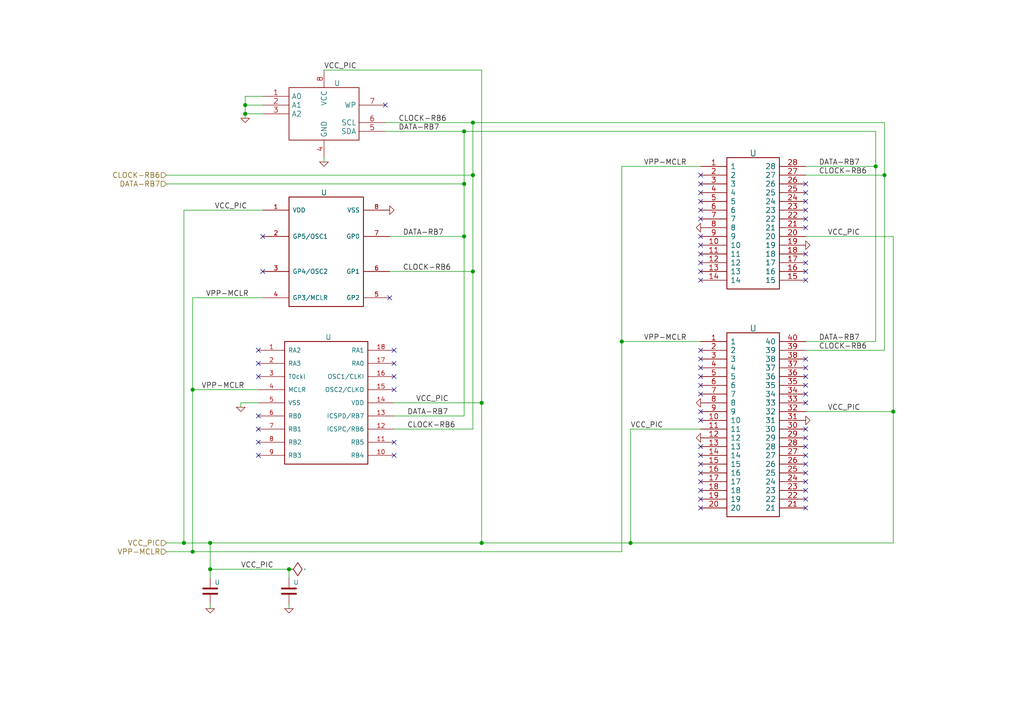
<source format=kicad_sch>
(kicad_sch (version 20220404) (generator eeschema)
  (paper "A4")
  (title_block (title "JDM - COM84 PIC Programmer with 13V DC/DC converter") (date "Sun 22 Mar 2015") (rev "3") (company "KiCad"))
  (lib_symbols
    (symbol "pic_programmer_schlib:24C16" (pin_names (offset 0.762))
      (property "Reference" "U" (at 3.81 8.89 0))
      (property "Value" "24C16" (at 5.08 -8.89 0))
      (symbol "24C16_0_0"
        (pin power_in line (at 0 -12.7 90) (length 5.08) (name "GND") (number "4"))
        (pin power_in line (at 0 12.7 270) (length 5.08) (name "VCC") (number "8"))
      )
      (symbol "24C16_1_1"
        (rectangle (start -10.16 -7.62) (end 10.16 7.62) (stroke (width 0.2032)))
        (pin input line (at -17.78 5.08 0) (length 7.62) (name "A0") (number "1"))
        (pin input line (at -17.78 2.54 0) (length 7.62) (name "A1") (number "2"))
        (pin input line (at -17.78 0 0) (length 7.62) (name "A2") (number "3"))
        (pin bidirectional line (at 17.78 -5.08 180) (length 7.62) (name "SDA") (number "5"))
        (pin input line (at 17.78 -2.54 180) (length 7.62) (name "SCL") (number "6"))
        (pin input line (at 17.78 2.54 180) (length 7.62) (name "WP") (number "7"))
      )
    )
    (symbol "pic_programmer_schlib:C" (pin_numbers hide) (pin_names (offset 0.254))
      (property "Reference" "C" (at 0.635 2.54 0))
      (property "Value" "C" (at 0.635 -2.54 0))
      (symbol "C_0_1"
        (polyline (pts (xy -2.032 -0.762) (xy 2.032 -0.762)) (stroke (width 0.508)))
        (polyline (pts (xy -2.032 0.762) (xy 2.032 0.762)) (stroke (width 0.508)))
      )
      (symbol "C_1_1"
        (pin passive line (at 0 3.81 270) (length 2.794) (name "~") (number "1"))
        (pin passive line (at 0 -3.81 90) (length 2.794) (name "~") (number "2"))
      )
    )
    (symbol "pic_programmer_schlib:GND" (power) (pin_names (offset 0))
      (symbol "GND_0_1"
        (polyline (pts (xy -1.27 0) (xy 0 -1.27) (xy 1.27 0) (xy -1.27 0)))
      )
      (symbol "GND_1_1"
        (pin power_in line (at 0 0 90) (length 0) hide (name "GND") (number "1"))
      )
    )
    (symbol "pic_programmer_schlib:PIC12C508A" (pin_names (offset 1.016))
      (property "Reference" "U" (at 0 17.78 0))
      (property "Value" "PIC12C508A" (at 0 -16.51 0))
      (symbol "PIC12C508A_0_1"
        (rectangle (start 10.16 -15.24) (end -11.43 16.51) (stroke (width 0.254)))
      )
      (symbol "PIC12C508A_1_1"
        (pin power_in line (at -19.05 12.7 0) (length 7.62) (name "VDD") (number "1"))
        (pin input line (at -19.05 5.08 0) (length 7.62) (name "GP5/OSC1") (number "2"))
        (pin input line (at -19.05 -5.08 0) (length 7.62) (name "GP4/OSC2") (number "3"))
        (pin input line (at -19.05 -12.7 0) (length 7.62) (name "GP3/MCLR") (number "4"))
        (pin input line (at 17.78 -12.7 180) (length 7.62) (name "GP2") (number "5"))
        (pin input line (at 17.78 -5.08 180) (length 7.62) (name "GP1") (number "6"))
        (pin input line (at 17.78 5.08 180) (length 7.62) (name "GP0") (number "7"))
        (pin power_in line (at 17.78 12.7 180) (length 7.62) (name "VSS") (number "8"))
      )
      (symbol "PIC12C508A_1_2"
        (pin power_in line (at -19.05 12.7 0) (length 7.62) (name "VDD") (number "1"))
        (pin input line (at -19.05 5.08 0) (length 7.62) (name "GP5/OSC1") (number "2"))
        (pin input line (at -19.05 -5.08 0) (length 7.62) (name "GP4/OSC2") (number "3"))
        (pin input line (at -19.05 -12.7 0) (length 7.62) (name "GP3/MCLR") (number "4"))
        (pin input line (at 17.78 -12.7 180) (length 7.62) (name "GP2") (number "5"))
        (pin input line (at 17.78 -5.08 180) (length 7.62) (name "GP1") (number "6"))
        (pin input line (at 17.78 5.08 180) (length 7.62) (name "GP0") (number "7"))
        (pin power_in line (at 17.78 12.7 180) (length 7.62) (name "VSS") (number "8"))
      )
    )
    (symbol "pic_programmer_schlib:PIC16F54" (pin_names (offset 1.016))
      (property "Reference" "U?" (at 0 -19.05 0))
      (property "Value" "PIC16F54" (at 0 20.32 0))
      (symbol "PIC16F54_0_1"
        (rectangle (start -12.7 17.78) (end 11.43 -17.78) (stroke (width 0.254)))
      )
      (symbol "PIC16F54_1_1"
        (pin bidirectional line (at -20.32 15.24 0) (length 7.62) (name "RA2") (number "1"))
        (pin bidirectional line (at 19.05 -15.24 180) (length 7.62) (name "RB4") (number "10"))
        (pin bidirectional line (at 19.05 -11.43 180) (length 7.62) (name "RB5") (number "11"))
        (pin bidirectional line (at 19.05 -7.62 180) (length 7.62) (name "ICSPC/RB6") (number "12"))
        (pin bidirectional line (at 19.05 -3.81 180) (length 7.62) (name "ICSPD/RB7") (number "13"))
        (pin power_in line (at 19.05 0 180) (length 7.62) (name "VDD") (number "14"))
        (pin output line (at 19.05 3.81 180) (length 7.62) (name "OSC2/CLKO") (number "15"))
        (pin input line (at 19.05 7.62 180) (length 7.62) (name "OSC1/CLKI") (number "16"))
        (pin bidirectional line (at 19.05 11.43 180) (length 7.62) (name "RA0") (number "17"))
        (pin bidirectional line (at 19.05 15.24 180) (length 7.62) (name "RA1") (number "18"))
        (pin bidirectional line (at -20.32 11.43 0) (length 7.62) (name "RA3") (number "2"))
        (pin output line (at -20.32 7.62 0) (length 7.62) (name "T0ckl") (number "3"))
        (pin input line (at -20.32 3.81 0) (length 7.62) (name "MCLR") (number "4"))
        (pin power_in line (at -20.32 0 0) (length 7.62) (name "VSS") (number "5"))
        (pin bidirectional line (at -20.32 -3.81 0) (length 7.62) (name "RB0") (number "6"))
        (pin bidirectional line (at -20.32 -7.62 0) (length 7.62) (name "RB1") (number "7"))
        (pin bidirectional line (at -20.32 -11.43 0) (length 7.62) (name "RB2") (number "8"))
        (pin bidirectional line (at -20.32 -15.24 0) (length 7.62) (name "RB3") (number "9"))
      )
      (symbol "PIC16F54_1_2"
        (pin bidirectional line (at -20.32 15.24 0) (length 7.62) (name "RA2") (number "1"))
        (pin bidirectional line (at 19.05 -15.24 180) (length 7.62) (name "RB4") (number "10"))
        (pin bidirectional line (at 19.05 -11.43 180) (length 7.62) (name "RB5") (number "11"))
        (pin bidirectional line (at 19.05 -7.62 180) (length 7.62) (name "ICSPC/RB6") (number "12"))
        (pin bidirectional line (at 19.05 -3.81 180) (length 7.62) (name "ICSPD/RB7") (number "13"))
        (pin power_in line (at 19.05 0 180) (length 7.62) (name "VDD") (number "14"))
        (pin output line (at 19.05 3.81 180) (length 7.62) (name "OSC2/CLKO") (number "15"))
        (pin input line (at 19.05 7.62 180) (length 7.62) (name "OSC1/CLKI") (number "16"))
        (pin bidirectional line (at 19.05 11.43 180) (length 7.62) (name "RA0") (number "17"))
        (pin bidirectional line (at 19.05 15.24 180) (length 7.62) (name "RA1") (number "18"))
        (pin bidirectional line (at -20.32 11.43 0) (length 7.62) (name "RA3") (number "2"))
        (pin output line (at -20.32 7.62 0) (length 7.62) (name "T0ckl") (number "3"))
        (pin input line (at -20.32 3.81 0) (length 7.62) (name "MCLR") (number "4"))
        (pin power_in line (at -20.32 0 0) (length 7.62) (name "VSS") (number "5"))
        (pin bidirectional line (at -20.32 -3.81 0) (length 7.62) (name "RB0") (number "6"))
        (pin bidirectional line (at -20.32 -7.62 0) (length 7.62) (name "RB1") (number "7"))
        (pin bidirectional line (at -20.32 -11.43 0) (length 7.62) (name "RB2") (number "8"))
        (pin bidirectional line (at -20.32 -15.24 0) (length 7.62) (name "RB3") (number "9"))
      )
    )
    (symbol "pic_programmer_schlib:PWR_FLAG" (power) (pin_numbers hide) (pin_names (offset 0) hide)
      (property "Value" "PWR_FLAG" (at 0 4.572 0))
      (symbol "PWR_FLAG_0_0"
        (pin power_out line (at 0 0 90) (length 0) (name "pwr") (number "1"))
      )
      (symbol "PWR_FLAG_0_1"
        (polyline (pts (xy 0 0) (xy 0 1.27) (xy -1.905 2.54) (xy 0 3.81) (xy 1.905 2.54) (xy 0 1.27)) (stroke (width 0.2032)))
      )
    )
    (symbol "pic_programmer_schlib:SUPP28" (pin_names (offset 1.016))
      (property "Reference" "J" (at 0 2.54 0))
      (property "Value" "SUPP28" (at 0 -2.54 0))
      (symbol "SUPP28_0_1"
        (rectangle (start -7.62 -19.05) (end 7.62 19.05) (stroke (width 0.254)))
      )
      (symbol "SUPP28_1_1"
        (pin passive line (at -15.24 16.51 0) (length 7.62) (name "1") (number "1"))
        (pin passive line (at -15.24 -6.35 0) (length 7.62) (name "10") (number "10"))
        (pin passive line (at -15.24 -8.89 0) (length 7.62) (name "11") (number "11"))
        (pin passive line (at -15.24 -11.43 0) (length 7.62) (name "12") (number "12"))
        (pin passive line (at -15.24 -13.97 0) (length 7.62) (name "13") (number "13"))
        (pin passive line (at -15.24 -16.51 0) (length 7.62) (name "14") (number "14"))
        (pin passive line (at 15.24 -16.51 180) (length 7.62) (name "15") (number "15"))
        (pin passive line (at 15.24 -13.97 180) (length 7.62) (name "16") (number "16"))
        (pin passive line (at 15.24 -11.43 180) (length 7.62) (name "17") (number "17"))
        (pin passive line (at 15.24 -8.89 180) (length 7.62) (name "18") (number "18"))
        (pin passive line (at 15.24 -6.35 180) (length 7.62) (name "19") (number "19"))
        (pin passive line (at -15.24 13.97 0) (length 7.62) (name "2") (number "2"))
        (pin passive line (at 15.24 -3.81 180) (length 7.62) (name "20") (number "20"))
        (pin passive line (at 15.24 -1.27 180) (length 7.62) (name "21") (number "21"))
        (pin passive line (at 15.24 1.27 180) (length 7.62) (name "22") (number "22"))
        (pin passive line (at 15.24 3.81 180) (length 7.62) (name "23") (number "23"))
        (pin passive line (at 15.24 6.35 180) (length 7.62) (name "24") (number "24"))
        (pin passive line (at 15.24 8.89 180) (length 7.62) (name "25") (number "25"))
        (pin passive line (at 15.24 11.43 180) (length 7.62) (name "26") (number "26"))
        (pin passive line (at 15.24 13.97 180) (length 7.62) (name "27") (number "27"))
        (pin passive line (at 15.24 16.51 180) (length 7.62) (name "28") (number "28"))
        (pin passive line (at -15.24 11.43 0) (length 7.62) (name "3") (number "3"))
        (pin passive line (at -15.24 8.89 0) (length 7.62) (name "4") (number "4"))
        (pin passive line (at -15.24 6.35 0) (length 7.62) (name "5") (number "5"))
        (pin passive line (at -15.24 3.81 0) (length 7.62) (name "6") (number "6"))
        (pin passive line (at -15.24 1.27 0) (length 7.62) (name "7") (number "7"))
        (pin passive line (at -15.24 -1.27 0) (length 7.62) (name "8") (number "8"))
        (pin passive line (at -15.24 -3.81 0) (length 7.62) (name "9") (number "9"))
      )
    )
    (symbol "pic_programmer_schlib:SUPP40" (pin_names (offset 1.016))
      (property "Reference" "P" (at 0 27.94 0))
      (property "Value" "SUPP40" (at 0 -27.94 0))
      (symbol "SUPP40_0_1"
        (rectangle (start -7.62 -26.67) (end 7.62 26.67) (stroke (width 0.254)))
      )
      (symbol "SUPP40_1_1"
        (pin passive line (at -15.24 24.13 0) (length 7.62) (name "1") (number "1"))
        (pin passive line (at -15.24 1.27 0) (length 7.62) (name "10") (number "10"))
        (pin passive line (at -15.24 -1.27 0) (length 7.62) (name "11") (number "11"))
        (pin passive line (at -15.24 -3.81 0) (length 7.62) (name "12") (number "12"))
        (pin passive line (at -15.24 -6.35 0) (length 7.62) (name "13") (number "13"))
        (pin passive line (at -15.24 -8.89 0) (length 7.62) (name "14") (number "14"))
        (pin passive line (at -15.24 -11.43 0) (length 7.62) (name "15") (number "15"))
        (pin passive line (at -15.24 -13.97 0) (length 7.62) (name "16") (number "16"))
        (pin passive line (at -15.24 -16.51 0) (length 7.62) (name "17") (number "17"))
        (pin passive line (at -15.24 -19.05 0) (length 7.62) (name "18") (number "18"))
        (pin passive line (at -15.24 -21.59 0) (length 7.62) (name "19") (number "19"))
        (pin passive line (at -15.24 21.59 0) (length 7.62) (name "2") (number "2"))
        (pin passive line (at -15.24 -24.13 0) (length 7.62) (name "20") (number "20"))
        (pin passive line (at 15.24 -24.13 180) (length 7.62) (name "21") (number "21"))
        (pin passive line (at 15.24 -21.59 180) (length 7.62) (name "22") (number "22"))
        (pin passive line (at 15.24 -19.05 180) (length 7.62) (name "23") (number "23"))
        (pin passive line (at 15.24 -16.51 180) (length 7.62) (name "24") (number "24"))
        (pin passive line (at 15.24 -13.97 180) (length 7.62) (name "25") (number "25"))
        (pin passive line (at 15.24 -11.43 180) (length 7.62) (name "26") (number "26"))
        (pin passive line (at 15.24 -8.89 180) (length 7.62) (name "27") (number "27"))
        (pin passive line (at 15.24 -6.35 180) (length 7.62) (name "28") (number "28"))
        (pin passive line (at 15.24 -3.81 180) (length 7.62) (name "29") (number "29"))
        (pin passive line (at -15.24 19.05 0) (length 7.62) (name "3") (number "3"))
        (pin passive line (at 15.24 -1.27 180) (length 7.62) (name "30") (number "30"))
        (pin passive line (at 15.24 1.27 180) (length 7.62) (name "31") (number "31"))
        (pin passive line (at 15.24 3.81 180) (length 7.62) (name "32") (number "32"))
        (pin passive line (at 15.24 6.35 180) (length 7.62) (name "33") (number "33"))
        (pin passive line (at 15.24 8.89 180) (length 7.62) (name "34") (number "34"))
        (pin passive line (at 15.24 11.43 180) (length 7.62) (name "35") (number "35"))
        (pin passive line (at 15.24 13.97 180) (length 7.62) (name "36") (number "36"))
        (pin passive line (at 15.24 16.51 180) (length 7.62) (name "37") (number "37"))
        (pin passive line (at 15.24 19.05 180) (length 7.62) (name "38") (number "38"))
        (pin passive line (at 15.24 21.59 180) (length 7.62) (name "39") (number "39"))
        (pin passive line (at -15.24 16.51 0) (length 7.62) (name "4") (number "4"))
        (pin passive line (at 15.24 24.13 180) (length 7.62) (name "40") (number "40"))
        (pin passive line (at -15.24 13.97 0) (length 7.62) (name "5") (number "5"))
        (pin passive line (at -15.24 11.43 0) (length 7.62) (name "6") (number "6"))
        (pin passive line (at -15.24 8.89 0) (length 7.62) (name "7") (number "7"))
        (pin passive line (at -15.24 6.35 0) (length 7.62) (name "8") (number "8"))
        (pin passive line (at -15.24 3.81 0) (length 7.62) (name "9") (number "9"))
      )
    )
  )
  (junction (at 137.16 35.56) (diameter 1.016))
  (junction (at 134.62 38.1) (diameter 1.016))
  (junction (at 139.7 116.84) (diameter 1.016))
  (junction (at 60.96 157.48) (diameter 1.016))
  (junction (at 139.7 157.48) (diameter 1.016))
  (junction (at 83.82 165.1) (diameter 1.016))
  (junction (at 256.54 50.8) (diameter 1.016))
  (junction (at 180.34 99.06) (diameter 1.016))
  (junction (at 53.34 157.48) (diameter 1.016))
  (junction (at 55.88 113.03) (diameter 1.016))
  (junction (at 182.88 157.48) (diameter 1.016))
  (junction (at 60.96 165.1) (diameter 1.016))
  (junction (at 55.88 160.02) (diameter 1.016))
  (junction (at 134.62 53.34) (diameter 1.016))
  (junction (at 71.12 30.48) (diameter 1.016))
  (junction (at 137.16 78.74) (diameter 1.016))
  (junction (at 259.08 119.38) (diameter 1.016))
  (junction (at 71.12 33.02) (diameter 1.016))
  (junction (at 134.62 68.58) (diameter 1.016))
  (junction (at 137.16 50.8) (diameter 1.016))
  (junction (at 254 48.26) (diameter 1.016))
  (no_connect (at 203.2 60.96))
  (no_connect (at 233.68 124.46))
  (no_connect (at 233.68 132.08))
  (no_connect (at 233.68 111.76))
  (no_connect (at 203.2 76.2))
  (no_connect (at 203.2 121.92))
  (no_connect (at 203.2 119.38))
  (no_connect (at 203.2 139.7))
  (no_connect (at 233.68 147.32))
  (no_connect (at 233.68 58.42))
  (no_connect (at 233.68 81.28))
  (no_connect (at 233.68 53.34))
  (no_connect (at 114.3 101.6))
  (no_connect (at 203.2 63.5))
  (no_connect (at 74.93 101.6))
  (no_connect (at 233.68 116.84))
  (no_connect (at 203.2 129.54))
  (no_connect (at 233.68 137.16))
  (no_connect (at 203.2 78.74))
  (no_connect (at 114.3 105.41))
  (no_connect (at 203.2 53.34))
  (no_connect (at 203.2 68.58))
  (no_connect (at 233.68 144.78))
  (no_connect (at 203.2 50.8))
  (no_connect (at 111.76 30.48))
  (no_connect (at 203.2 142.24))
  (no_connect (at 114.3 109.22))
  (no_connect (at 203.2 114.3))
  (no_connect (at 203.2 101.6))
  (no_connect (at 233.68 73.66))
  (no_connect (at 233.68 129.54))
  (no_connect (at 203.2 134.62))
  (no_connect (at 74.93 109.22))
  (no_connect (at 113.03 86.36))
  (no_connect (at 233.68 60.96))
  (no_connect (at 76.2 68.58))
  (no_connect (at 233.68 114.3))
  (no_connect (at 233.68 139.7))
  (no_connect (at 203.2 132.08))
  (no_connect (at 203.2 81.28))
  (no_connect (at 203.2 144.78))
  (no_connect (at 233.68 78.74))
  (no_connect (at 114.3 132.08))
  (no_connect (at 203.2 137.16))
  (no_connect (at 233.68 134.62))
  (no_connect (at 76.2 78.74))
  (no_connect (at 233.68 76.2))
  (no_connect (at 203.2 58.42))
  (no_connect (at 74.93 105.41))
  (no_connect (at 203.2 55.88))
  (no_connect (at 233.68 109.22))
  (no_connect (at 203.2 104.14))
  (no_connect (at 114.3 128.27))
  (no_connect (at 74.93 124.46))
  (no_connect (at 203.2 106.68))
  (no_connect (at 233.68 142.24))
  (no_connect (at 233.68 104.14))
  (no_connect (at 74.93 132.08))
  (no_connect (at 203.2 111.76))
  (no_connect (at 233.68 55.88))
  (no_connect (at 233.68 106.68))
  (no_connect (at 233.68 127))
  (no_connect (at 203.2 147.32))
  (no_connect (at 233.68 66.04))
  (no_connect (at 233.68 63.5))
  (no_connect (at 203.2 109.22))
  (no_connect (at 203.2 73.66))
  (no_connect (at 114.3 113.03))
  (no_connect (at 74.93 120.65))
  (no_connect (at 203.2 71.12))
  (no_connect (at 74.93 128.27))
  (wire (pts (xy 259.08 157.48) (xy 259.08 119.38)))
  (wire (pts (xy 83.82 175.26) (xy 83.82 176.53)))
  (wire (pts (xy 180.34 160.02) (xy 55.88 160.02)))
  (wire (pts (xy 111.76 38.1) (xy 134.62 38.1)))
  (wire (pts (xy 137.16 50.8) (xy 137.16 78.74)))
  (wire (pts (xy 182.88 157.48) (xy 259.08 157.48)))
  (wire (pts (xy 256.54 35.56) (xy 256.54 50.8)))
  (wire (pts (xy 69.85 116.84) (xy 69.85 118.11)))
  (wire (pts (xy 53.34 60.96) (xy 53.34 157.48)))
  (wire (pts (xy 134.62 38.1) (xy 134.62 53.34)))
  (wire (pts (xy 180.34 48.26) (xy 203.2 48.26)))
  (wire (pts (xy 134.62 120.65) (xy 114.3 120.65)))
  (wire (pts (xy 71.12 33.02) (xy 71.12 34.29)))
  (wire (pts (xy 48.26 157.48) (xy 53.34 157.48)))
  (wire (pts (xy 180.34 48.26) (xy 180.34 99.06)))
  (wire (pts (xy 256.54 50.8) (xy 256.54 101.6)))
  (wire (pts (xy 55.88 113.03) (xy 55.88 160.02)))
  (wire (pts (xy 137.16 124.46) (xy 114.3 124.46)))
  (wire (pts (xy 134.62 68.58) (xy 113.03 68.58)))
  (wire (pts (xy 74.93 116.84) (xy 69.85 116.84)))
  (wire (pts (xy 254 38.1) (xy 254 48.26)))
  (wire (pts (xy 48.26 50.8) (xy 137.16 50.8)))
  (wire (pts (xy 60.96 157.48) (xy 60.96 165.1)))
  (wire (pts (xy 111.76 35.56) (xy 137.16 35.56)))
  (wire (pts (xy 182.88 124.46) (xy 182.88 157.48)))
  (wire (pts (xy 139.7 157.48) (xy 182.88 157.48)))
  (wire (pts (xy 203.2 124.46) (xy 182.88 124.46)))
  (wire (pts (xy 71.12 30.48) (xy 76.2 30.48)))
  (wire (pts (xy 55.88 86.36) (xy 55.88 113.03)))
  (wire (pts (xy 139.7 157.48) (xy 139.7 116.84)))
  (wire (pts (xy 139.7 116.84) (xy 114.3 116.84)))
  (wire (pts (xy 48.26 53.34) (xy 134.62 53.34)))
  (wire (pts (xy 60.96 165.1) (xy 60.96 167.64)))
  (wire (pts (xy 60.96 157.48) (xy 139.7 157.48)))
  (wire (pts (xy 55.88 160.02) (xy 48.26 160.02)))
  (wire (pts (xy 76.2 33.02) (xy 71.12 33.02)))
  (wire (pts (xy 180.34 99.06) (xy 180.34 160.02)))
  (wire (pts (xy 254 99.06) (xy 233.68 99.06)))
  (wire (pts (xy 233.68 50.8) (xy 256.54 50.8)))
  (wire (pts (xy 76.2 86.36) (xy 55.88 86.36)))
  (wire (pts (xy 137.16 35.56) (xy 137.16 50.8)))
  (wire (pts (xy 180.34 99.06) (xy 203.2 99.06)))
  (wire (pts (xy 55.88 113.03) (xy 74.93 113.03)))
  (wire (pts (xy 137.16 78.74) (xy 137.16 124.46)))
  (wire (pts (xy 83.82 165.1) (xy 60.96 165.1)))
  (wire (pts (xy 254 48.26) (xy 254 99.06)))
  (wire (pts (xy 139.7 116.84) (xy 139.7 20.32)))
  (wire (pts (xy 134.62 53.34) (xy 134.62 68.58)))
  (wire (pts (xy 139.7 20.32) (xy 93.98 20.32)))
  (wire (pts (xy 93.98 46.99) (xy 93.98 45.72)))
  (wire (pts (xy 60.96 175.26) (xy 60.96 176.53)))
  (wire (pts (xy 259.08 119.38) (xy 259.08 68.58)))
  (wire (pts (xy 53.34 60.96) (xy 76.2 60.96)))
  (wire (pts (xy 256.54 101.6) (xy 233.68 101.6)))
  (wire (pts (xy 71.12 27.94) (xy 71.12 30.48)))
  (wire (pts (xy 71.12 27.94) (xy 76.2 27.94)))
  (wire (pts (xy 71.12 30.48) (xy 71.12 33.02)))
  (wire (pts (xy 83.82 167.64) (xy 83.82 165.1)))
  (wire (pts (xy 259.08 119.38) (xy 233.68 119.38)))
  (wire (pts (xy 134.62 38.1) (xy 254 38.1)))
  (wire (pts (xy 134.62 68.58) (xy 134.62 120.65)))
  (wire (pts (xy 137.16 35.56) (xy 256.54 35.56)))
  (wire (pts (xy 53.34 157.48) (xy 60.96 157.48)))
  (wire (pts (xy 137.16 78.74) (xy 113.03 78.74)))
  (wire (pts (xy 233.68 48.26) (xy 254 48.26)))
  (wire (pts (xy 259.08 68.58) (xy 233.68 68.58)))
  (label "DATA-RB7" (at 237.49 48.26 0) (effects (font (size 1.524 1.524))))
  (label "CLOCK-RB6" (at 118.11 124.46 0) (effects (font (size 1.524 1.524))))
  (label "CLOCK-RB6" (at 237.49 101.6 0) (effects (font (size 1.524 1.524))))
  (label "VCC_PIC" (at 93.98 20.32 0) (effects (font (size 1.524 1.524))))
  (label "VCC_PIC" (at 240.03 119.38 0) (effects (font (size 1.524 1.524))))
  (label "VCC_PIC" (at 182.88 124.46 0) (effects (font (size 1.524 1.524))))
  (label "VCC_PIC" (at 120.65 116.84 0) (effects (font (size 1.524 1.524))))
  (label "VCC_PIC" (at 69.85 165.1 0) (effects (font (size 1.524 1.524))))
  (label "DATA-RB7" (at 115.57 38.1 0) (effects (font (size 1.524 1.524))))
  (label "DATA-RB7" (at 118.11 120.65 0) (effects (font (size 1.524 1.524))))
  (label "VPP-MCLR" (at 58.42 113.03 0) (effects (font (size 1.524 1.524))))
  (label "VPP-MCLR" (at 59.69 86.36 0) (effects (font (size 1.524 1.524))))
  (label "VPP-MCLR" (at 186.69 99.06 0) (effects (font (size 1.524 1.524))))
  (label "VPP-MCLR" (at 186.69 48.26 0) (effects (font (size 1.524 1.524))))
  (label "VCC_PIC" (at 62.23 60.96 0) (effects (font (size 1.524 1.524))))
  (label "VCC_PIC" (at 240.03 68.58 0) (effects (font (size 1.524 1.524))))
  (label "DATA-RB7" (at 237.49 99.06 0) (effects (font (size 1.524 1.524))))
  (label "CLOCK-RB6" (at 116.84 78.74 0) (effects (font (size 1.524 1.524))))
  (label "DATA-RB7" (at 116.84 68.58 0) (effects (font (size 1.524 1.524))))
  (label "CLOCK-RB6" (at 237.49 50.8 0) (effects (font (size 1.524 1.524))))
  (label "CLOCK-RB6" (at 115.57 35.56 0) (effects (font (size 1.524 1.524))))
  (hierarchical_label "CLOCK-RB6" (shape input) (at 48.26 50.8 180) (effects (font (size 1.524 1.524))))
  (hierarchical_label "DATA-RB7" (shape input) (at 48.26 53.34 180) (effects (font (size 1.524 1.524))))
  (hierarchical_label "VPP-MCLR" (shape input) (at 48.26 160.02 180) (effects (font (size 1.524 1.524))))
  (hierarchical_label "VCC_PIC" (shape input) (at 48.26 157.48 180) (effects (font (size 1.524 1.524))))
  (symbol (lib_id "pic_programmer_schlib:PIC12C508A") (at 95.25 73.66 0) (unit 1)
    (default_instance (reference "U") (unit 1) (value "") (footprint ""))
    (property "Reference" "U" (at 93.98 55.88 0) (effects (font (size 1.524 1.524))))
  )
  (symbol (lib_id "pic_programmer_schlib:PIC16F54") (at 95.25 116.84 0) (unit 1)
    (default_instance (reference "U") (unit 1) (value "") (footprint ""))
    (property "Reference" "U" (at 95.25 97.79 0) (effects (font (size 1.524 1.524))))
  )
  (symbol (lib_id "pic_programmer_schlib:GND") (at 113.03 60.96 90) (unit 1)
    (default_instance (reference "U") (unit 1) (value "") (footprint ""))
    (property "Reference" "U" (effects hide))
  )
  (symbol (lib_id "pic_programmer_schlib:GND") (at 69.85 118.11 0) (unit 1)
    (default_instance (reference "U") (unit 1) (value "") (footprint ""))
    (property "Reference" "U" (effects hide))
  )
  (symbol (lib_id "pic_programmer_schlib:GND") (at 203.2 127 270) (unit 1)
    (default_instance (reference "U") (unit 1) (value "") (footprint ""))
    (property "Reference" "U" (effects hide))
  )
  (symbol (lib_id "pic_programmer_schlib:24C16") (at 93.98 33.02 0) (unit 1)
    (default_instance (reference "U") (unit 1) (value "") (footprint ""))
    (property "Reference" "U" (at 97.79 24.13 0) (effects (font (size 1.524 1.524))))
  )
  (symbol (lib_id "pic_programmer_schlib:GND") (at 71.12 34.29 0) (unit 1)
    (default_instance (reference "U") (unit 1) (value "") (footprint ""))
    (property "Reference" "U" (effects hide))
  )
  (symbol (lib_id "pic_programmer_schlib:SUPP40") (at 218.44 123.19 0) (unit 1)
    (default_instance (reference "U") (unit 1) (value "") (footprint ""))
    (property "Reference" "U" (at 218.44 95.25 0) (effects (font (size 1.778 1.778))))
  )
  (symbol (lib_id "pic_programmer_schlib:GND") (at 233.68 121.92 90) (unit 1)
    (default_instance (reference "U") (unit 1) (value "") (footprint ""))
    (property "Reference" "U" (effects hide))
  )
  (symbol (lib_id "pic_programmer_schlib:C") (at 60.96 171.45 0) (unit 1)
    (default_instance (reference "U") (unit 1) (value "") (footprint ""))
    (property "Reference" "U" (at 62.23 168.91 0) (effects (justify left)))
  )
  (symbol (lib_id "pic_programmer_schlib:GND") (at 60.96 176.53 0) (unit 1)
    (default_instance (reference "U") (unit 1) (value "") (footprint ""))
    (property "Reference" "U" (effects hide))
  )
  (symbol (lib_id "pic_programmer_schlib:C") (at 83.82 171.45 0) (unit 1)
    (default_instance (reference "U") (unit 1) (value "") (footprint ""))
    (property "Reference" "U" (at 85.09 168.91 0) (effects (justify left)))
  )
  (symbol (lib_id "pic_programmer_schlib:GND") (at 83.82 176.53 0) (unit 1)
    (default_instance (reference "U") (unit 1) (value "") (footprint ""))
    (property "Reference" "U" (effects hide))
  )
  (symbol (lib_id "pic_programmer_schlib:SUPP28") (at 218.44 64.77 0) (unit 1)
    (default_instance (reference "U") (unit 1) (value "") (footprint ""))
    (property "Reference" "U" (at 218.44 44.45 0) (effects (font (size 1.778 1.778))))
  )
  (symbol (lib_id "pic_programmer_schlib:GND") (at 203.2 66.04 270) (unit 1)
    (default_instance (reference "U") (unit 1) (value "") (footprint ""))
    (property "Reference" "U" (effects hide))
  )
  (symbol (lib_id "pic_programmer_schlib:GND") (at 233.68 71.12 90) (unit 1)
    (default_instance (reference "U") (unit 1) (value "") (footprint ""))
    (property "Reference" "U" (effects hide))
  )
  (symbol (lib_id "pic_programmer_schlib:GND") (at 203.2 116.84 270) (unit 1)
    (default_instance (reference "U") (unit 1) (value "") (footprint ""))
    (property "Reference" "U" (effects hide))
  )
  (symbol (lib_id "pic_programmer_schlib:GND") (at 93.98 46.99 0) (unit 1)
    (default_instance (reference "U") (unit 1) (value "") (footprint ""))
    (property "Reference" "U" (effects hide))
  )
  (symbol (lib_id "pic_programmer_schlib:PWR_FLAG") (at 83.82 165.1 270) (unit 1)
    (default_instance (reference "U") (unit 1) (value "") (footprint ""))
    (property "Reference" "U" (effects hide))
  )
)
</source>
